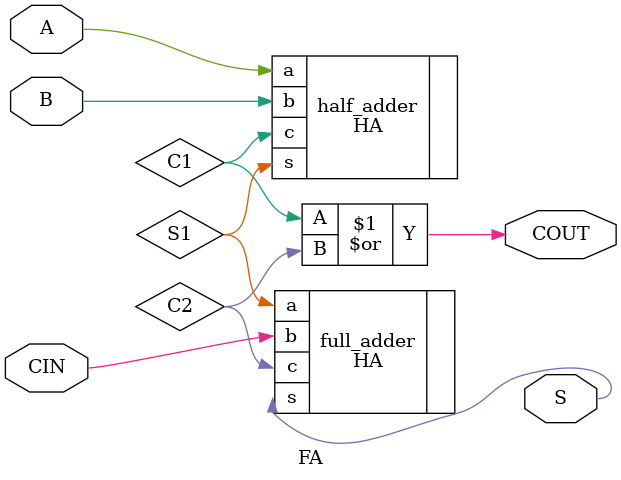
<source format=v>
module FA (
	input A,
	input B,
	input CIN,
	output S,
	output COUT
);
//2. Cables o registros
wire S1;
wire C1;
wire C2;

//3. Cuerpo del modulo, assigns, instancias y bloque secuencial
HA half_adder(
	.a(A),
	.b(B),
	.s(S1),
	.c(C1)
);

HA full_adder(
	.a(S1),
	.b(CIN),
	.s(S),
	.c(C2)
	
);

assign COUT = C1 | C2;

endmodule
</source>
